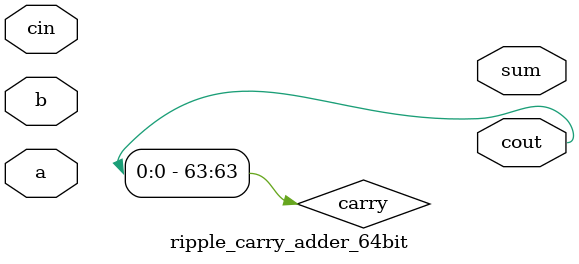
<source format=v>
`timescale 1ns / 1ps

module full_adder (
    input wire A,
    input wire B,
    input wire Cin,
    output wire Sum,
    output wire Cout
);

    wire sum_ab;
    wire carry_ab;
    wire carry_acin;
    
    
    assign sum_ab = A ^ B;
    
    assign Sum = sum_ab ^ Cin;
   
    assign carry_ab = A & B;
    assign carry_acin = sum_ab & Cin;
    assign Cout = carry_ab | carry_acin;

endmodule

`timescale 1ns / 1ps
//////////////////////////////////////////////////////////////////////////////////
// Company: 
// Engineer: 
// 
// Create Date:    15:36:32 08/14/2024 
// Design Name: 
// Module Name:    ripple_carry_adder_64bit 
// Project Name: 
// Target Devices: 
// Tool versions: 
// Description: 
//
// Dependencies: 
//
// Revision: 
// Revision 0.01 - File Created
// Additional Comments: 
//
//////////////////////////////////////////////////////////////////////////////////
module ripple_carry_adder_64bit(
    input [63:0] a,
    input [63:0] b,
    input cin,
    output [63:0] sum,
    output cout
    );
	 
	 wire [63:0] carry;
	 
	 genvar i;
	 generate
		for(i = 0; i < 64; i = i + 1) begin : adder_loop
			if(i == 0) begin
				// First full adder
				full_adder FA(
					.a(a[i]),
					.b(b[i]),
					.cin(cin),
					.sum(sum[i]),
					.cout(carry[i])
				);
			end else begin
				// Subsequent full adders
				full_adder FA(
					.a(a[i]),
					.b(b[i]),
					.cin(carry[i-1]),
					.sum(sum[i]),
					.cout(carry[i])
				);
			end
		end
	 endgenerate

	// Final carry-out
	assign cout = carry[63];

endmodule
</source>
